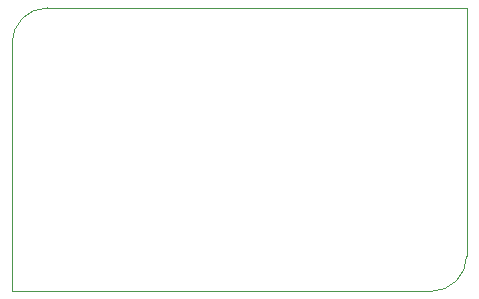
<source format=gbr>
%TF.GenerationSoftware,KiCad,Pcbnew,6.0.7-f9a2dced07~116~ubuntu20.04.1*%
%TF.CreationDate,2022-09-29T18:09:13+00:00*%
%TF.ProjectId,RGB,5247422e-6b69-4636-9164-5f7063625858,rev?*%
%TF.SameCoordinates,Original*%
%TF.FileFunction,Profile,NP*%
%FSLAX46Y46*%
G04 Gerber Fmt 4.6, Leading zero omitted, Abs format (unit mm)*
G04 Created by KiCad (PCBNEW 6.0.7-f9a2dced07~116~ubuntu20.04.1) date 2022-09-29 18:09:13*
%MOMM*%
%LPD*%
G01*
G04 APERTURE LIST*
%TA.AperFunction,Profile*%
%ADD10C,0.100000*%
%TD*%
G04 APERTURE END LIST*
D10*
X140000000Y-102500000D02*
G75*
G03*
X143000000Y-99500000I0J3000000D01*
G01*
X107500000Y-78500000D02*
G75*
G03*
X104500000Y-81500000I0J-3000000D01*
G01*
X104500000Y-102500000D02*
X104500000Y-81500000D01*
X140000000Y-102500000D02*
X104500000Y-102500000D01*
X143000000Y-78500000D02*
X143000000Y-99500000D01*
X107500000Y-78500000D02*
X143000000Y-78500000D01*
M02*

</source>
